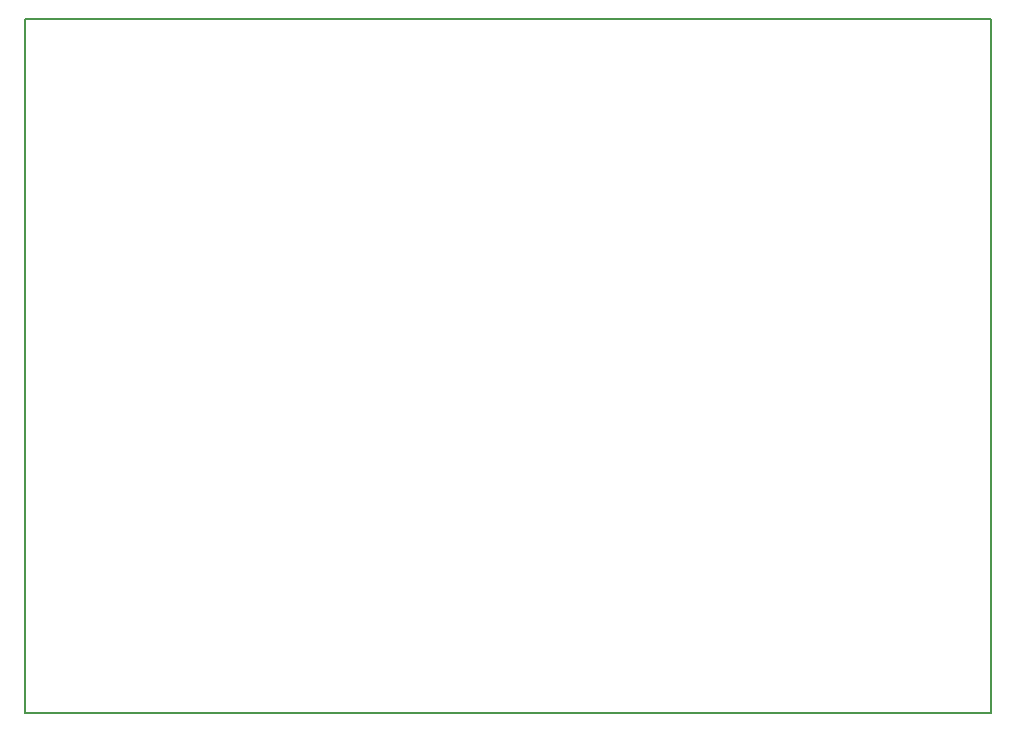
<source format=gbo>
G04 MADE WITH FRITZING*
G04 WWW.FRITZING.ORG*
G04 DOUBLE SIDED*
G04 HOLES PLATED*
G04 CONTOUR ON CENTER OF CONTOUR VECTOR*
%ASAXBY*%
%FSLAX23Y23*%
%MOIN*%
%OFA0B0*%
%SFA1.0B1.0*%
%ADD10R,3.228350X2.322830X3.212350X2.306830*%
%ADD11C,0.008000*%
%LNSILK0*%
G90*
G70*
G54D11*
X4Y2319D02*
X3224Y2319D01*
X3224Y4D01*
X4Y4D01*
X4Y2319D01*
D02*
G04 End of Silk0*
M02*
</source>
